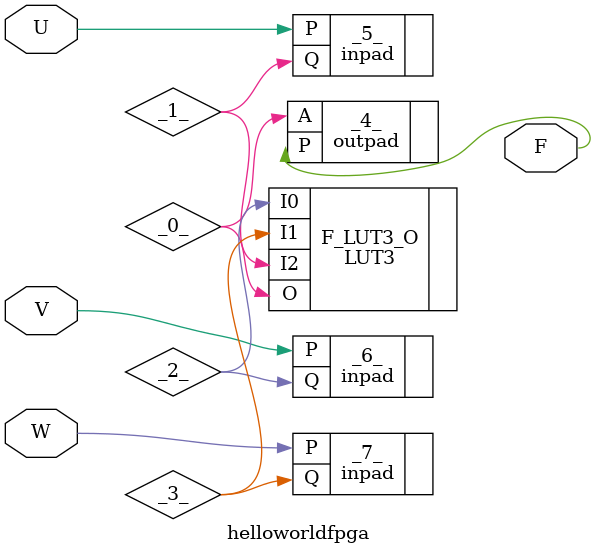
<source format=v>
/* Generated by Yosys 0.9+2406 (git sha1 ca763e6d5, gcc 9.4.0-1ubuntu1~20.04.1 -fPIC -Os) */

(* top =  1  *)
(* src = "/home/jayasri/Desktop/fpga/fpga-examples/blink/helloworldfpga.v:1.1-16.14" *)
module helloworldfpga(U, V, W, F);
  wire _0_;
  wire _1_;
  wire _2_;
  wire _3_;
  (* src = "/home/jayasri/Desktop/fpga/fpga-examples/blink/helloworldfpga.v:8.17-8.18" *)
  output F;
  (* src = "/home/jayasri/Desktop/fpga/fpga-examples/blink/helloworldfpga.v:3.17-3.18" *)
  input U;
  (* src = "/home/jayasri/Desktop/fpga/fpga-examples/blink/helloworldfpga.v:4.17-4.18" *)
  input V;
  (* src = "/home/jayasri/Desktop/fpga/fpga-examples/blink/helloworldfpga.v:5.17-5.18" *)
  input W;
  (* keep = 32'd1 *)
  outpad #(
    .IO_LOC("X30Y32"),
    .IO_PAD("38"),
    .IO_TYPE("BIDIR")
  ) _4_ (
    .A(_0_),
    .P(F)
  );
  (* keep = 32'd1 *)
  inpad #(
    .IO_LOC("X8Y3"),
    .IO_PAD("6"),
    .IO_TYPE("BIDIR")
  ) _5_ (
    .P(U),
    .Q(_1_)
  );
  (* keep = 32'd1 *)
  inpad #(
    .IO_LOC("X12Y3"),
    .IO_PAD("3"),
    .IO_TYPE("BIDIR")
  ) _6_ (
    .P(V),
    .Q(_2_)
  );
  (* keep = 32'd1 *)
  inpad #(
    .IO_LOC("X16Y3"),
    .IO_PAD("62"),
    .IO_TYPE("BIDIR")
  ) _7_ (
    .P(W),
    .Q(_3_)
  );
  (* module_not_derived = 32'd1 *)
  (* src = "/home/jayasri/Desktop/fpga/symbiflow/bin/../share/yosys/quicklogic/pp3_lut_map.v:36.63-36.121" *)
  LUT3 #(
    .EQN("(~I0*~I1*~I2)"),
    .INIT(9'h002)
  ) F_LUT3_O (
    .I0(_2_),
    .I1(_3_),
    .I2(_1_),
    .O(_0_)
  );
endmodule

</source>
